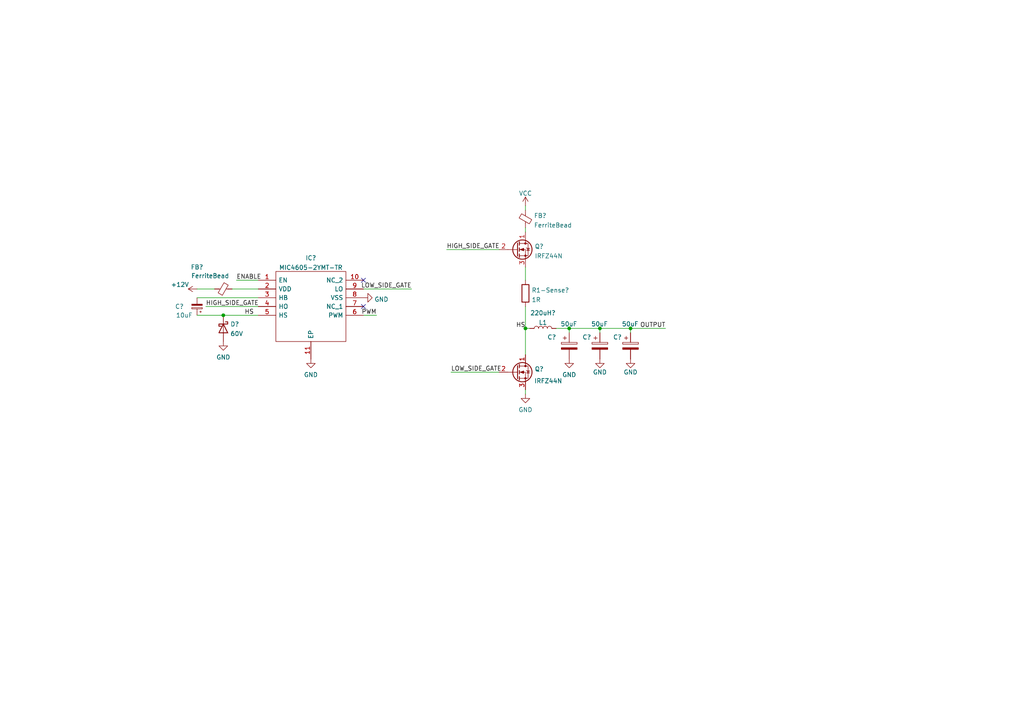
<source format=kicad_sch>
(kicad_sch (version 20211123) (generator eeschema)
  (paper "A4")
  (lib_symbols
    (symbol "Device:C_Polarized" (pin_numbers hide) (pin_names (offset 0.254))
      (property "Reference" "C" (at 0.635 2.54 0))
      (property "Value" "C_Polarized" (at 0.635 -2.54 0))
      (symbol "C_Polarized_0_1"
        (rectangle (start -2.286 0.508) (end 2.286 1.016))
        (polyline (pts (xy -1.778 2.286) (xy -0.762 2.286)))
        (polyline (pts (xy -1.27 2.794) (xy -1.27 1.778)))
        (rectangle (start 2.286 -0.508) (end -2.286 -1.016) (fill (type outline)))
      )
      (symbol "C_Polarized_1_1"
        (pin passive line (at 0 3.81 270) (length 2.794) (name "~") (number "1"))
        (pin passive line (at 0 -3.81 90) (length 2.794) (name "~") (number "2"))
      )
    )
    (symbol "Device:C_Polarized_Small" (pin_numbers hide) (pin_names (offset 0.254) hide)
      (property "Reference" "C" (at 0.254 1.778 0))
      (property "Value" "C_Polarized_Small" (at 0.254 -2.032 0))
      (symbol "C_Polarized_Small_0_1"
        (rectangle (start -1.524 -0.3048) (end 1.524 -0.6858) (fill (type outline)))
        (rectangle (start -1.524 0.6858) (end 1.524 0.3048))
        (polyline (pts (xy -1.27 1.524) (xy -0.762 1.524)))
        (polyline (pts (xy -1.016 1.27) (xy -1.016 1.778)))
      )
      (symbol "C_Polarized_Small_1_1"
        (pin passive line (at 0 2.54 270) (length 1.8542) (name "~") (number "1"))
        (pin passive line (at 0 -2.54 90) (length 1.8542) (name "~") (number "2"))
      )
    )
    (symbol "Device:D_Schottky" (pin_numbers hide) (pin_names (offset 1.016) hide)
      (property "Reference" "D" (at 0 2.54 0))
      (property "Value" "D_Schottky" (at 0 -2.54 0))
      (symbol "D_Schottky_0_1"
        (polyline (pts (xy 1.27 0) (xy -1.27 0)))
        (polyline (pts (xy 1.27 1.27) (xy 1.27 -1.27) (xy -1.27 0) (xy 1.27 1.27)) (stroke (width 0.254)))
        (polyline (pts (xy -1.905 0.635) (xy -1.905 1.27) (xy -1.27 1.27) (xy -1.27 -1.27) (xy -0.635 -1.27) (xy -0.635 -0.635)) (stroke (width 0.254)))
      )
      (symbol "D_Schottky_1_1"
        (pin passive line (at -3.81 0 0) (length 2.54) (name "K") (number "1"))
        (pin passive line (at 3.81 0 180) (length 2.54) (name "A") (number "2"))
      )
    )
    (symbol "Device:FerriteBead_Small" (pin_numbers hide) (pin_names (offset 0))
      (property "Reference" "FB" (at 1.905 1.27 0))
      (property "Value" "FerriteBead_Small" (at 1.905 -1.27 0))
      (symbol "FerriteBead_Small_0_1"
        (polyline (pts (xy 0 -1.27) (xy 0 -0.7874)))
        (polyline (pts (xy 0 0.889) (xy 0 1.2954)))
        (polyline (pts (xy -1.8288 0.2794) (xy -1.1176 1.4986) (xy 1.8288 -0.2032) (xy 1.1176 -1.4224) (xy -1.8288 0.2794)))
      )
      (symbol "FerriteBead_Small_1_1"
        (pin passive line (at 0 2.54 270) (length 1.27) (name "~") (number "1"))
        (pin passive line (at 0 -2.54 90) (length 1.27) (name "~") (number "2"))
      )
    )
    (symbol "Device:L" (pin_numbers hide) (pin_names (offset 1.016) hide)
      (property "Reference" "L" (at -1.27 0 90))
      (property "Value" "L" (at 1.905 0 90))
      (symbol "L_0_1"
        (arc (start 0 -2.54) (mid 0.635 -1.905) (end 0 -1.27))
        (arc (start 0 -1.27) (mid 0.635 -0.635) (end 0 0))
        (arc (start 0 0) (mid 0.635 0.635) (end 0 1.27))
        (arc (start 0 1.27) (mid 0.635 1.905) (end 0 2.54))
      )
      (symbol "L_1_1"
        (pin passive line (at 0 3.81 270) (length 1.27) (name "1") (number "1"))
        (pin passive line (at 0 -3.81 90) (length 1.27) (name "2") (number "2"))
      )
    )
    (symbol "Device:Q_NMOS_DGS" (pin_names (offset 0) hide)
      (property "Reference" "Q" (at 5.08 1.27 0))
      (property "Value" "Q_NMOS_DGS" (at 5.08 -1.27 0))
      (symbol "Q_NMOS_DGS_0_1"
        (polyline (pts (xy 0.254 0) (xy -2.54 0)))
        (polyline (pts (xy 0.254 1.905) (xy 0.254 -1.905)) (stroke (width 0.254)))
        (polyline (pts (xy 0.762 -1.27) (xy 0.762 -2.286)) (stroke (width 0.254)))
        (polyline (pts (xy 0.762 0.508) (xy 0.762 -0.508)) (stroke (width 0.254)))
        (polyline (pts (xy 0.762 2.286) (xy 0.762 1.27)) (stroke (width 0.254)))
        (polyline (pts (xy 2.54 2.54) (xy 2.54 1.778)))
        (polyline (pts (xy 2.54 -2.54) (xy 2.54 0) (xy 0.762 0)))
        (polyline (pts (xy 0.762 -1.778) (xy 3.302 -1.778) (xy 3.302 1.778) (xy 0.762 1.778)))
        (polyline (pts (xy 1.016 0) (xy 2.032 0.381) (xy 2.032 -0.381) (xy 1.016 0)) (fill (type outline)))
        (polyline (pts (xy 2.794 0.508) (xy 2.921 0.381) (xy 3.683 0.381) (xy 3.81 0.254)))
        (polyline (pts (xy 3.302 0.381) (xy 2.921 -0.254) (xy 3.683 -0.254) (xy 3.302 0.381)))
        (circle (center 1.651 0) (radius 2.794) (stroke (width 0.254)))
        (circle (center 2.54 -1.778) (radius 0.254) (fill (type outline)))
        (circle (center 2.54 1.778) (radius 0.254) (fill (type outline)))
      )
      (symbol "Q_NMOS_DGS_1_1"
        (pin passive line (at 2.54 5.08 270) (length 2.54) (name "D") (number "1"))
        (pin input line (at -5.08 0 0) (length 2.54) (name "G") (number "2"))
        (pin passive line (at 2.54 -5.08 90) (length 2.54) (name "S") (number "3"))
      )
    )
    (symbol "Device:R" (pin_numbers hide) (pin_names (offset 0))
      (property "Reference" "R" (at 2.032 0 90))
      (property "Value" "R" (at 0 0 90))
      (symbol "R_0_1"
        (rectangle (start -1.016 -2.54) (end 1.016 2.54) (stroke (width 0.254)))
      )
      (symbol "R_1_1"
        (pin passive line (at 0 3.81 270) (length 1.27) (name "~") (number "1"))
        (pin passive line (at 0 -3.81 90) (length 1.27) (name "~") (number "2"))
      )
    )
    (symbol "MIC4605-2YMT-TR:MIC4605-2YMT-TR" (pin_names (offset 0.762))
      (property "Reference" "IC" (at 26.67 7.62 0))
      (property "Value" "MIC4605-2YMT-TR" (at 26.67 5.08 0))
      (symbol "MIC4605-2YMT-TR_0_0"
        (pin passive line (at 0 0 0) (length 5.08) (name "EN") (number "1"))
        (pin passive line (at 30.48 0 180) (length 5.08) (name "NC_2") (number "10"))
        (pin passive line (at 15.24 -22.86 90) (length 5.08) (name "EP") (number "11"))
        (pin passive line (at 0 -2.54 0) (length 5.08) (name "VDD") (number "2"))
        (pin passive line (at 0 -5.08 0) (length 5.08) (name "HB") (number "3"))
        (pin passive line (at 0 -7.62 0) (length 5.08) (name "HO") (number "4"))
        (pin passive line (at 0 -10.16 0) (length 5.08) (name "HS") (number "5"))
        (pin passive line (at 30.48 -10.16 180) (length 5.08) (name "PWM") (number "6"))
        (pin passive line (at 30.48 -7.62 180) (length 5.08) (name "NC_1") (number "7"))
        (pin passive line (at 30.48 -5.08 180) (length 5.08) (name "VSS") (number "8"))
        (pin passive line (at 30.48 -2.54 180) (length 5.08) (name "LO") (number "9"))
      )
      (symbol "MIC4605-2YMT-TR_0_1"
        (polyline (pts (xy 5.08 2.54) (xy 25.4 2.54) (xy 25.4 -17.78) (xy 5.08 -17.78) (xy 5.08 2.54)) (stroke (width 0.1524)))
      )
    )
    (symbol "power:+12V" (power) (pin_names (offset 0))
      (property "Value" "+12V" (at 0 3.556 0))
      (symbol "+12V_0_1"
        (polyline (pts (xy -0.762 1.27) (xy 0 2.54)))
        (polyline (pts (xy 0 0) (xy 0 2.54)))
        (polyline (pts (xy 0 2.54) (xy 0.762 1.27)))
      )
      (symbol "+12V_1_1"
        (pin power_in line (at 0 0 90) (length 0) hide (name "+12V") (number "1"))
      )
    )
    (symbol "power:GND" (power) (pin_names (offset 0))
      (property "Value" "GND" (at 0 -3.81 0))
      (symbol "GND_0_1"
        (polyline (pts (xy 0 0) (xy 0 -1.27) (xy 1.27 -1.27) (xy 0 -2.54) (xy -1.27 -1.27) (xy 0 -1.27)))
      )
      (symbol "GND_1_1"
        (pin power_in line (at 0 0 270) (length 0) hide (name "GND") (number "1"))
      )
    )
    (symbol "power:VCC" (power) (pin_names (offset 0))
      (property "Value" "VCC" (at 0 3.81 0))
      (symbol "VCC_0_1"
        (polyline (pts (xy -0.762 1.27) (xy 0 2.54)))
        (polyline (pts (xy 0 0) (xy 0 2.54)))
        (polyline (pts (xy 0 2.54) (xy 0.762 1.27)))
      )
      (symbol "VCC_1_1"
        (pin power_in line (at 0 0 90) (length 0) hide (name "VCC") (number "1"))
      )
    )
  )
  (junction (at 182.88 95.25))
  (junction (at 165.1 95.25))
  (junction (at 64.77 91.44))
  (junction (at 173.99 95.25))
  (junction (at 152.4 95.25))
  (no_connect (at 105.41 88.9))
  (no_connect (at 105.41 81.28))
  (wire (pts (xy 129.54 72.39) (xy 144.78 72.39)))
  (wire (pts (xy 165.1 95.25) (xy 173.99 95.25)))
  (wire (pts (xy 152.4 88.9) (xy 152.4 95.25)))
  (wire (pts (xy 182.88 95.25) (xy 193.04 95.25)))
  (wire (pts (xy 173.99 95.25) (xy 173.99 96.52)))
  (wire (pts (xy 161.29 95.25) (xy 165.1 95.25)))
  (wire (pts (xy 57.15 91.44) (xy 64.77 91.44)))
  (wire (pts (xy 165.1 95.25) (xy 165.1 96.52)))
  (wire (pts (xy 152.4 77.47) (xy 152.4 81.28)))
  (wire (pts (xy 152.4 95.25) (xy 152.4 102.87)))
  (wire (pts (xy 64.77 91.44) (xy 74.93 91.44)))
  (wire (pts (xy 152.4 59.69) (xy 152.4 60.96)))
  (wire (pts (xy 68.58 81.28) (xy 74.93 81.28)))
  (wire (pts (xy 182.88 95.25) (xy 182.88 96.52)))
  (wire (pts (xy 109.22 91.44) (xy 105.41 91.44)))
  (wire (pts (xy 59.69 88.9) (xy 74.93 88.9)))
  (wire (pts (xy 67.31 83.82) (xy 74.93 83.82)))
  (wire (pts (xy 152.4 113.03) (xy 152.4 114.3)))
  (wire (pts (xy 119.38 83.82) (xy 105.41 83.82)))
  (wire (pts (xy 173.99 95.25) (xy 182.88 95.25)))
  (wire (pts (xy 130.81 107.95) (xy 144.78 107.95)))
  (wire (pts (xy 57.15 83.82) (xy 62.23 83.82)))
  (wire (pts (xy 152.4 66.04) (xy 152.4 67.31)))
  (wire (pts (xy 57.15 86.36) (xy 74.93 86.36)))
  (wire (pts (xy 153.67 95.25) (xy 152.4 95.25)))
  (label "HIGH_SIDE_GATE" (at 59.69 88.9 0))
  (label "LOW_SIDE_GATE" (at 119.38 83.82 180))
  (label "LOW_SIDE_GATE" (at 130.81 107.95 0))
  (label "HS" (at 152.4 95.25 180))
  (label "ENABLE" (at 68.58 81.28 0))
  (label "PWM" (at 109.22 91.44 180))
  (label "HIGH_SIDE_GATE" (at 129.54 72.39 0))
  (label "HS" (at 73.66 91.44 180))
  (label "OUTPUT" (at 193.04 95.25 180))
  (symbol (lib_id "Device:Q_NMOS_DGS") (at 149.86 107.95 0) (unit 1)
    (property "Reference" "Q?" (at 155.067 107.0415 0) (effects (justify left)))
    (property "Value" "IRFZ44N" (at 154.94 110.49 0) (effects (justify left)))
  )
  (symbol (lib_id "power:GND") (at 90.17 104.14 0) (unit 1)
    (property "Reference" "#PWR?" (effects hide))
    (property "Value" "GND" (at 90.17 108.7025 0))
  )
  (symbol (lib_id "Device:C_Polarized") (at 165.1 100.33 0) (unit 1)
    (property "Reference" "C?" (at 158.75 97.79 0) (effects (justify left)))
    (property "Value" "50uF" (at 162.56 93.98 0) (effects (justify left)))
  )
  (symbol (lib_id "Device:Q_NMOS_DGS") (at 149.86 72.39 0) (unit 1)
    (property "Reference" "Q?" (at 155.067 71.4815 0) (effects (justify left)))
    (property "Value" "IRFZ44N" (at 155.067 74.2566 0) (effects (justify left)))
  )
  (symbol (lib_id "Device:C_Polarized") (at 182.88 100.33 0) (unit 1)
    (property "Reference" "C?" (at 177.8 97.79 0) (effects (justify left)))
    (property "Value" "50uF" (at 180.34 93.98 0) (effects (justify left)))
  )
  (symbol (lib_id "Device:L") (at 157.48 95.25 90) (unit 1)
    (property "Reference" "220uH?" (at 157.48 90.7755 90))
    (property "Value" "L1" (at 157.48 93.5506 90))
  )
  (symbol (lib_id "Device:C_Polarized_Small") (at 57.15 88.9 180) (unit 1)
    (property "Reference" "C?" (at 53.34 88.9 0) (effects (justify left)))
    (property "Value" "10uF" (at 55.88 91.44 0) (effects (justify left)))
  )
  (symbol (lib_id "power:GND") (at 152.4 114.3 0) (unit 1)
    (property "Reference" "#PWR?" (effects hide))
    (property "Value" "GND" (at 152.4 118.8625 0))
  )
  (symbol (lib_id "power:+12V") (at 57.15 83.82 90) (unit 1)
    (property "Reference" "#PWR?" (effects hide))
    (property "Value" "+12V" (at 49.53 82.55 90) (effects (justify right)))
  )
  (symbol (lib_id "power:GND") (at 64.77 99.06 0) (unit 1)
    (property "Reference" "#PWR?" (effects hide))
    (property "Value" "GND" (at 64.77 103.6225 0))
  )
  (symbol (lib_id "Device:FerriteBead_Small") (at 64.77 83.82 90) (unit 1)
    (property "Reference" "FB?" (at 57.15 77.47 90))
    (property "Value" "FerriteBead" (at 60.96 80.01 90))
  )
  (symbol (lib_id "Device:FerriteBead_Small") (at 152.4 63.5 0) (unit 1)
    (property "Reference" "FB?" (at 154.8638 62.5534 0) (effects (justify left)))
    (property "Value" "FerriteBead" (at 154.8638 65.3285 0) (effects (justify left)))
  )
  (symbol (lib_id "power:GND") (at 105.41 86.36 90) (unit 1)
    (property "Reference" "#PWR?" (effects hide))
    (property "Value" "GND" (at 108.585 86.839 90) (effects (justify right)))
  )
  (symbol (lib_id "power:VCC") (at 152.4 59.69 0) (unit 1)
    (property "Reference" "#PWR?" (effects hide))
    (property "Value" "VCC" (at 152.4 56.0855 0))
  )
  (symbol (lib_id "power:GND") (at 182.88 104.14 0) (unit 1)
    (property "Reference" "#PWR?" (effects hide))
    (property "Value" "GND" (at 182.88 107.95 0))
  )
  (symbol (lib_id "Device:R") (at 152.4 85.09 0) (unit 1)
    (property "Reference" "R1-Sense?" (at 154.178 84.1815 0) (effects (justify left)))
    (property "Value" "1R" (at 154.178 86.9566 0) (effects (justify left)))
  )
  (symbol (lib_id "power:GND") (at 173.99 104.14 0) (unit 1)
    (property "Reference" "#PWR?" (effects hide))
    (property "Value" "GND" (at 173.99 107.95 0))
  )
  (symbol (lib_id "Device:D_Schottky") (at 64.77 95.25 270) (unit 1)
    (property "Reference" "D?" (at 66.802 94.024 90) (effects (justify left)))
    (property "Value" "60V" (at 66.802 96.7991 90) (effects (justify left)))
  )
  (symbol (lib_id "Device:C_Polarized") (at 173.99 100.33 0) (unit 1)
    (property "Reference" "C?" (at 168.91 97.79 0) (effects (justify left)))
    (property "Value" "50uF" (at 171.45 93.98 0) (effects (justify left)))
  )
  (symbol (lib_id "power:GND") (at 165.1 104.14 0) (unit 1)
    (property "Reference" "#PWR?" (effects hide))
    (property "Value" "GND" (at 165.1 108.7025 0))
  )
  (symbol (lib_id "MIC4605-2YMT-TR:MIC4605-2YMT-TR") (at 74.93 81.28 0) (unit 1)
    (property "Reference" "IC?" (at 90.17 74.8243 0))
    (property "Value" "MIC4605-2YMT-TR" (at 90.17 77.5994 0))
    (property "Footprint" "SON50P250X250X60-11N-D" (effects hide))
    (property "Datasheet" "https://www.mouser.com/datasheet/2/268/MIC4605-Data-Sheet-DS20005853D-1633832.pdf" (effects hide))
    (property "Description" "MICROCHIP - MIC4605-2YMT-TR - MOSFET Driver, Half Bridge, 5.5 V to 16 V supply, 1 A out, 35 ns delay, TDFN-10" (effects hide))
    (property "Height" "0.6" (effects hide))
    (property "Manufacturer_Name" "Microchip" (effects hide))
    (property "Manufacturer_Part_Number" "MIC4605-2YMT-TR" (effects hide))
    (property "Mouser Part Number" "998-MIC4605-2YMT-TR" (effects hide))
    (property "Mouser Price/Stock" "https://www.mouser.co.uk/ProductDetail/Microchip-Technology-Micrel/MIC4605-2YMT-TR?qs=U6T8BxXiZAXJEQA82POE3Q%3D%3D" (effects hide))
    (property "Arrow Part Number" "MIC4605-2YMT-TR" (effects hide))
    (property "Arrow Price/Stock" "https://www.arrow.com/en/products/mic4605-2ymt-tr/microchip-technology?region=nac" (effects hide))
  )
)
</source>
